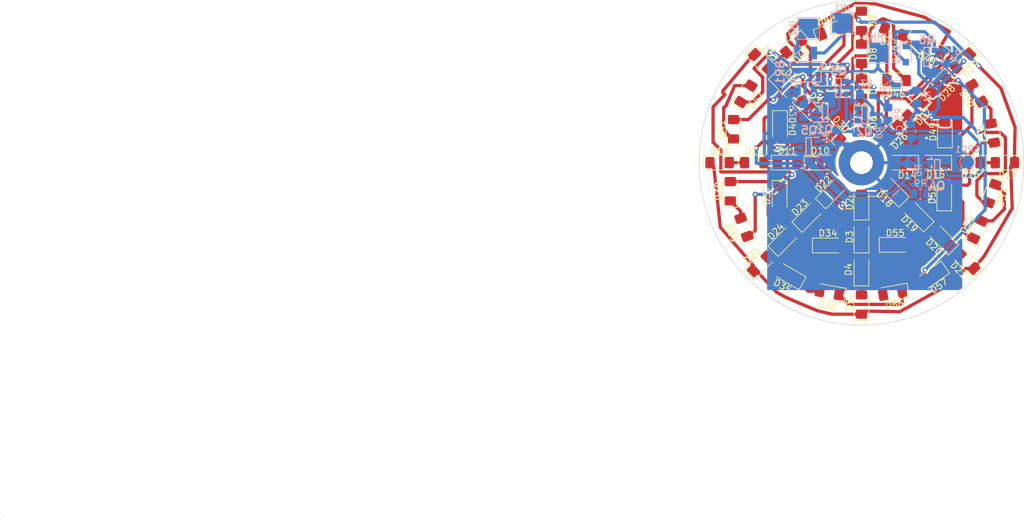
<source format=kicad_pcb>
(kicad_pcb (version 20211014) (generator pcbnew)
  (layers (0 "F.Cu" signal) (31 "B.Cu" signal) (34 "B.Paste" user) (35 "F.Paste" user) (36 "B.SilkS" user "B.Silkscreen") (37 "F.SilkS" user "F.Silkscreen") (38 "B.Mask" user) (39 "F.Mask" user) (44 "Edge.Cuts" user))
  (net 0 "")
  (net 1 "GND")
  (net 2 "Net-(D10-Pad1)")
  (net 3 "Net-(D11-Pad1)")
  (net 4 "Net-(D12-Pad1)")
  (net 5 "Net-(D15-Pad1)")
  (net 6 "Net-(BR1-Pad1)")
  (net 7 "Net-(D19-Pad1)")
  (net 8 "Net-(BR1-Pad2)")
  (net 9 "Net-(D23-Pad1)")
  (net 10 "Net-(D27-Pad1)")
  (net 11 "Net-(Q1-Pad1)")
  (net 12 "Net-(Q1-Pad3)")
  (net 13 "Net-(D31-Pad1)")
  (net 14 "Net-(D35-Pad1)")
  (net 15 "Net-(D39-Pad1)")
  (net 16 "Net-(JP1-Pad2)")
  (net 17 "Net-(Q2-Pad1)")
  (net 18 "Net-(D34-Pad1)")
  (net 19 "Net-(D33-Pad1)")
  (net 20 "Net-(D43-Pad1)")
  (net 21 "Net-(D47-Pad1)")
  (net 22 "Net-(D51-Pad1)")
  (net 23 "Net-(D55-Pad1)")
  (net 24 "Net-(D3-Pad1)")
  (net 25 "Net-(D7-Pad1)")
  (net 26 "Net-(DIMM1-Pad1)")
  (net 27 "Net-(D4-Pad1)")
  (net 28 "Net-(D8-Pad1)")
  (net 29 "Net-(D16-Pad1)")
  (net 30 "Net-(D20-Pad1)")
  (net 31 "Net-(D24-Pad1)")
  (net 32 "Net-(D28-Pad1)")
  (net 33 "Net-(D2-Pad1)")
  (net 34 "Net-(D6-Pad1)")
  (net 35 "Net-(D14-Pad1)")
  (net 36 "Net-(D18-Pad1)")
  (net 37 "Net-(D22-Pad1)")
  (net 38 "Net-(D26-Pad1)")
  (net 39 "Net-(D30-Pad1)")
  (net 40 "Net-(D38-Pad1)")
  (net 41 "Net-(D42-Pad1)")
  (net 42 "Net-(D46-Pad1)")
  (net 43 "Net-(D50-Pad1)")
  (net 44 "Net-(D54-Pad1)")
  (net 45 "Net-(D29-Pad1)")
  (net 46 "Net-(D37-Pad1)")
  (net 47 "Net-(D41-Pad1)")
  (net 48 "Net-(D45-Pad1)")
  (net 49 "Net-(D49-Pad1)")
  (net 50 "Net-(D53-Pad1)")
  (net 51 "Net-(Q4-Pad1)")
  (net 52 "Net-(D13-Pad1)")
  (net 53 "Net-(D32-Pad1)")
  (net 54 "Net-(D58-Pad2)")
  (net 55 "Net-(Q3-Pad2)")
  (net 56 "Net-(Q5-Pad2)")
  (net 57 "/+")
  (footprint "LED_SMD:LED_1206_3216Metric_Pad1.42x1.75mm_HandSolder" (layer "F.Cu") (at 249.952 64.386 135)
    (fp_text reference "D19")
    (fp_text value "LED")
  )
  (footprint "LED_SMD:LED_1206_3216Metric_Pad1.42x1.75mm_HandSolder" (layer "F.Cu") (at 236.366 76.308 170)
    (fp_text reference "D36")
    (fp_text value "LED")
  )
  (footprint "LED_SMD:LED_1206_3216Metric_Pad1.42x1.75mm_HandSolder" (layer "F.Cu") (at 228.716 61.458 -90)
    (fp_text reference "D37")
    (fp_text value "LED")
  )
  (footprint "LED_SMD:LED_1206_3216Metric_Pad1.42x1.75mm_HandSolder" (layer "F.Cu") (at 247.666 56.258 180)
    (fp_text reference "D14")
    (fp_text value "LED")
  )
  (footprint "LED_SMD:LED_1206_3216Metric_Pad1.42x1.75mm_HandSolder" (layer "F.Cu") (at 233.116 64.458 45)
    (fp_text reference "D23")
    (fp_text value "LED")
  )
  (footprint "LED_SMD:LED_1206_3216Metric_Pad1.42x1.75mm_HandSolder" (layer "F.Cu") (at 224.806 56.258)
    (fp_text reference "D12")
    (fp_text value "LED")
  )
  (footprint "LED_SMD:LED_1206_3216Metric_Pad1.42x1.75mm_HandSolder" (layer "F.Cu") (at 253.216 44.258 -135)
    (fp_text reference "D28")
    (fp_text value "LED")
  )
  (footprint "LED_SMD:LED_1206_3216Metric_Pad1.42x1.75mm_HandSolder" (layer "F.Cu") (at 236.566 36.008 20)
    (fp_text reference "D44")
    (fp_text value "LED")
  )
  (footprint "LED_SMD:LED_1206_3216Metric_Pad1.42x1.75mm_HandSolder" (layer "F.Cu") (at 258.08 56.258 180)
    (fp_text reference "D16")
    (fp_text value "LED")
  )
  (footprint "LED_SMD:LED_1206_3216Metric_Pad1.42x1.75mm_HandSolder" (layer "F.Cu") (at 223.216 66.208 110)
    (fp_text reference "D39")
    (fp_text value "LED")
  )
  (footprint "LED_SMD:LED_1206_3216Metric_Pad1.42x1.75mm_HandSolder" (layer "F.Cu") (at 230.116 73.608 150)
    (fp_text reference "D35")
    (fp_text value "LED")
  )
  (footprint "LED_SMD:LED_1206_3216Metric_Pad1.42x1.75mm_HandSolder" (layer "F.Cu") (at 245.916 51.658 -135)
    (fp_text reference "D26")
    (fp_text value "LED")
  )
  (footprint "LED_SMD:LED_1206_3216Metric_Pad1.42x1.75mm_HandSolder" (layer "F.Cu") (at 241.316 67.688 90)
    (fp_text reference "D3")
    (fp_text value "LED")
  )
  (footprint "LED_SMD:LED_1206_3216Metric_Pad1.42x1.75mm_HandSolder" (layer "F.Cu") (at 229.886 56.258)
    (fp_text reference "D11")
    (fp_text value "LED")
  )
  (footprint "LED_SMD:LED_1206_3216Metric_Pad1.42x1.75mm_HandSolder" (layer "F.Cu") (at 229.416 68.158 45)
    (fp_text reference "D24")
    (fp_text value "LED")
  )
  (footprint "LED_SMD:LED_1206_3216Metric_Pad1.42x1.75mm_HandSolder" (layer "F.Cu") (at 241.316 62.608 90)
    (fp_text reference "D2")
    (fp_text value "LED")
  )
  (footprint "LED_SMD:LED_1206_3216Metric_Pad1.42x1.75mm_HandSolder" (layer "F.Cu") (at 225.916 40.658 -45)
    (fp_text reference "D33")
    (fp_text value "LED")
  )
  (footprint "LED_SMD:LED_1206_3216Metric_Pad1.42x1.75mm_HandSolder" (layer "F.Cu") (at 236.216 69.008)
    (fp_text reference "D34")
    (fp_text value "LED")
  )
  (footprint "LED_SMD:LED_1206_3216Metric_Pad1.42x1.75mm_HandSolder" (layer "F.Cu") (at 254.166 51.508 90)
    (fp_text reference "D49")
    (fp_text value "LED")
  )
  (footprint "LED_SMD:LED_1206_3216Metric_Pad1.42x1.75mm_HandSolder" (layer "F.Cu") (at 241.316 78.102 90)
    (fp_text reference "D5")
    (fp_text value "LED")
  )
  (footprint "LED_SMD:LED_1206_3216Metric_Pad1.42x1.75mm_HandSolder" (layer "F.Cu") (at 253.762 67.942 135)
    (fp_text reference "D20")
    (fp_text value "LED")
  )
  (footprint "LED_SMD:LED_1206_3216Metric_Pad1.42x1.75mm_HandSolder" (layer "F.Cu") (at 236.744 60.83 45)
    (fp_text reference "D22")
    (fp_text value "LED")
  )
  (footprint "LED_SMD:LED_1206_3216Metric_Pad1.42x1.75mm_HandSolder" (layer "F.Cu") (at 254.066 61.208 90)
    (fp_text reference "D52")
    (fp_text value "LED")
  )
  (footprint "LED_SMD:LED_1206_3216Metric_Pad1.42x1.75mm_HandSolder" (layer "F.Cu") (at 261.516 51.708 100)
    (fp_text reference "D51")
    (fp_text value "LED")
  )
  (footprint "LED_SMD:LED_1206_3216Metric_Pad1.42x1.75mm_HandSolder" (layer "F.Cu") (at 256.916 40.558 -135)
    (fp_text reference "D29")
    (fp_text value "LED")
  )
  (footprint "LED_SMD:LED_1206_3216Metric_Pad1.42x1.75mm_HandSolder" (layer "F.Cu") (at 219.472 56.258)
    (fp_text reference "D13")
    (fp_text value "LED")
  )
  (footprint "LED_SMD:LED_1206_3216Metric_Pad1.42x1.75mm_HandSolder" (layer "F.Cu") (at 228.766 50.708 -90)
    (fp_text reference "D40")
    (fp_text value "LED")
  )
  (footprint "LED_SMD:LED_1206_3216Metric_Pad1.42x1.75mm_HandSolder" (layer "F.Cu") (at 252.216 73.758 -145)
    (fp_text reference "D57")
    (fp_text value "LED")
  )
  (footprint "LED_SMD:LED_1206_3216Metric_Pad1.42x1.75mm_HandSolder" (layer "F.Cu") (at 259.066 45.558 120)
    (fp_text reference "D50")
    (fp_text value "LED")
  )
  (footprint "LED_SMD:LED_1206_3216Metric_Pad1.42x1.75mm_HandSolder" (layer "F.Cu") (at 233.216 47.958 -45)
    (fp_text reference "D31")
    (fp_text value "LED")
  )
  (footprint "LED_SMD:LED_1206_3216Metric_Pad1.42x1.75mm_HandSolder" (layer "F.Cu") (at 236.566 43.308)
    (fp_text reference "D43")
    (fp_text value "LED")
  )
  (footprint "LED_SMD:LED_1206_3216Metric_Pad1.42x1.75mm_HandSolder" (layer "F.Cu") (at 225.716 71.858 45)
    (fp_text reference "D25")
    (fp_text value "LED")
  )
  (footprint "LED_SMD:LED_1206_3216Metric_Pad1.42x1.75mm_HandSolder" (layer "F.Cu") (at 221.116 60.658 90)
    (fp_text reference "D38")
    (fp_text value "LED")
  )
  (footprint "LED_SMD:LED_1206_3216Metric_Pad1.42x1.75mm_HandSolder" (layer "F.Cu") (at 221.616 51.108 90)
    (fp_text reference "D41")
    (fp_text value "LED")
  )
  (footprint "LED_SMD:LED_1206_3216Metric_Pad1.42x1.75mm_HandSolder" (layer "F.Cu") (at 241.316 49.958 -90)
    (fp_text reference "D6")
    (fp_text value "LED")
  )
  (footprint "LED_SMD:LED_1206_3216Metric_Pad1.42x1.75mm_HandSolder" (layer "F.Cu") (at 261.416 61.008 -110)
    (fp_text reference "D53")
    (fp_text value "LED")
  )
  (footprint "LED_SMD:LED_1206_3216Metric_Pad1.42x1.75mm_HandSolder" (layer "F.Cu") (at 241.316 72.768 90)
    (fp_text reference "D4")
    (fp_text value "LED")
  )
  (footprint "LED_SMD:LED_1206_3216Metric_Pad1.42x1.75mm_HandSolder" (layer "F.Cu") (at 246.516 68.908)
    (fp_text reference "D55")
    (fp_text value "LED")
  )
  (footprint "LED_SMD:LED_1206_3216Metric_Pad1.42x1.75mm_HandSolder" (layer "F.Cu") (at 241.316 34.414 -90)
    (fp_text reference "D9")
    (fp_text value "LED")
  )
  (footprint "LED_SMD:LED_1206_3216Metric_Pad1.42x1.75mm_HandSolder" (layer "F.Cu") (at 230.866 38.308 -140)
    (fp_text reference "D45")
    (fp_text value "LED")
  )
  (footprint "LED_SMD:LED_1206_3216Metric_Pad1.42x1.75mm_HandSolder" (layer "F.Cu") (at 246.716 43.608)
    (fp_text reference "D46")
    (fp_text value "LED")
  )
  (footprint "LED_SMD:LED_1206_3216Metric_Pad1.42x1.75mm_HandSolder" (layer "F.Cu") (at 229.516 44.358 -45)
    (fp_text reference "D32")
    (fp_text value "LED")
  )
  (footprint "LED_SMD:LED_1206_3216Metric_Pad1.42x1.75mm_HandSolder" (layer "F.Cu") (at 234.966 56.258)
    (fp_text reference "D10")
    (fp_text value "LED")
  )
  (footprint "LED_SMD:LED_1206_3216Metric_Pad1.42x1.75mm_HandSolder" (layer "F.Cu") (at 252.746 56.258 180)
    (fp_text reference "D15")
    (fp_text value "LED")
  )
  (footprint "LED_SMD:LED_1206_3216Metric_Pad1.42x1.75mm_HandSolder" (layer "F.Cu") (at 257.572 71.498 135)
    (fp_text reference "D21")
    (fp_text value "LED")
  )
  (footprint "LED_SMD:LED_1206_3216Metric_Pad1.42x1.75mm_HandSolder" (layer "F.Cu") (at 241.316 44.828 -90)
    (fp_text reference "D7")
    (fp_text value "LED")
  )
  (footprint "LED_SMD:LED_1206_3216Metric_Pad1.42x1.75mm_HandSolder" (layer "F.Cu") (at 236.916 51.658 -45)
    (fp_text reference "D30")
    (fp_text value "LED")
  )
  (footprint "LED_SMD:LED_1206_3216Metric_Pad1.42x1.75mm_HandSolder" (layer "F.Cu") (at 223.516 45.658 58)
    (fp_text reference "D42")
    (fp_text value "LED")
  )
  (footprint "LED_SMD:LED_1206_3216Metric_Pad1.42x1.75mm_HandSolder" (layer "F.Cu") (at 259.216 66.558 65)
    (fp_text reference "D54")
    (fp_text value "LED")
  )
  (footprint "LED_SMD:LED_1206_3216Metric_Pad1.42x1.75mm_HandSolder" (layer "F.Cu") (at 246.266 36.108 160)
    (fp_text reference "D47")
    (fp_text value "LED")
  )
  (footprint "LED_SMD:LED_1206_3216Metric_Pad1.42x1.75mm_HandSolder" (layer "F.Cu") (at 249.616 47.958 -135)
    (fp_text reference "D27")
    (fp_text value "LED")
  )
  (footprint "LED_SMD:LED_1206_3216Metric_Pad1.42x1.75mm_HandSolder" (layer "F.Cu") (at 252.266 38.658 150)
    (fp_text reference "D48")
    (fp_text value "LED")
  )
  (footprint "LED_SMD:LED_1206_3216Metric_Pad1.42x1.75mm_HandSolder" (layer "F.Cu") (at 246.142 60.576 135)
    (fp_text reference "D18")
    (fp_text value "LED")
  )
  (footprint "LED_SMD:LED_1206_3216Metric_Pad1.42x1.75mm_HandSolder" (layer "F.Cu") (at 263.414 56.258 180)
    (fp_text reference "D17")
    (fp_text value "LED")
  )
  (footprint "LED_SMD:LED_1206_3216Metric_Pad1.42x1.75mm_HandSolder" (layer "F.Cu") (at 246.116 76.358 -170)
    (fp_text reference "D56")
    (fp_text value "LED")
  )
  (footprint "LED_SMD:LED_1206_3216Metric_Pad1.42x1.75mm_HandSolder" (layer "F.Cu") (at 241.316 39.494 -90)
    (fp_text reference "D8")
    (fp_text value "LED")
  )
  (footprint "MountingHole:MountingHole_3.5mm_Pad" (layer "F.Cu") (at 241.316 56.258)
    (fp_text reference "H1")
    (fp_text value "MountingHole_Pad")
  )
  (footprint "Custom_Library:SOT95P240X114-3N" (layer "B.Cu") (at 252.996 57.238)
    (fp_text reference "Q4")
    (fp_text value "MMBT2222" hide)
  )
  (footprint "Resistor_SMD:R_0805_2012Metric_Pad1.20x1.40mm_HandSolder" (layer "B.Cu") (at 232.426 48.276 -90)
    (fp_text reference "R2")
    (fp_text value "1K")
  )
  (footprint "Resistor_SMD:R_0805_2012Metric_Pad1.20x1.40mm_HandSolder" (layer "B.Cu") (at 250.386 61.078 180)
    (fp_text reference "R9")
    (fp_text value "0R")
  )
  (footprint "TestPoint:TestPoint_Pad_3.0x3.0mm" (layer "B.Cu") (at 238.296 34.758 180)
    (fp_text reference "IN1")
    (fp_text value "PowerIn")
  )
  (footprint "TestPoint:TestPoint_Pad_D2.0mm" (layer "B.Cu") (at 257.666 56.183 180)
    (fp_text reference "GRD1")
    (fp_text value "Ground")
  )
  (footprint "TestPoint:TestPoint_Pad_3.0x3.0mm" (layer "B.Cu") (at 233.126 35.588 -90)
    (fp_text reference "IN2")
    (fp_text value "PowerIn")
  )
  (footprint "Custom_Library:SOT95P240X114-3N" (layer "B.Cu") (at 233.188 53.864 180)
    (fp_text reference "Q5")
    (fp_text value "MMBT2222" hide)
  )
  (footprint "TestPoint:TestPoint_Pad_3.0x3.0mm" (layer "B.Cu") (at 243.916 39.258 180)
    (fp_text reference "DIMM1")
    (fp_text value "PWM")
  )
  (footprint "Resistor_SMD:R_0805_2012Metric_Pad1.20x1.40mm_HandSolder" (layer "B.Cu") (at 249.806 46.148 90)
    (fp_text reference "R1")
    (fp_text value "1K")
  )
  (footprint "Resistor_SMD:R_0805_2012Metric_Pad1.20x1.40mm_HandSolder" (layer "B.Cu") (at 248.426 57.448 90)
    (fp_text reference "R6")
    (fp_text value "7R")
  )
  (footprint "Jumper:SolderJumper-2_P1.3mm_Open_Pad1.0x1.5mm" (layer "B.Cu") (at 246.65 45.086 -90)
    (fp_text reference "JP1")
    (fp_text value "PWM_OPEM")
  )
  (footprint "Resistor_SMD:R_0805_2012Metric_Pad1.20x1.40mm_HandSolder" (layer "B.Cu") (at 245.38 48.784 -90)
    (fp_text reference "R5")
    (fp_text value "1K")
  )
  (footprint "Custom_Library:SOT95P240X114-3N" (layer "B.Cu") (at 251.346 39.948 180)
    (fp_text reference "Q6")
    (fp_text value "MMBT2222" hide)
  )
  (footprint "Resistor_SMD:R_0805_2012Metric_Pad1.20x1.40mm_HandSolder" (layer "B.Cu") (at 237.506 52.34 -90)
    (fp_text reference "R4")
    (fp_text value "7R")
  )
  (footprint "Custom_Library:SOT95P240X114-3N" (layer "B.Cu") (at 241.824 48.784)
    (fp_text reference "Q2")
    (fp_text value "MMBT2222" hide)
  )
  (footprint "Resistor_SMD:R_0805_2012Metric_Pad1.20x1.40mm_HandSolder" (layer "B.Cu") (at 254.426 39.918 -90)
    (fp_text reference "R7")
    (fp_text value "7R")
  )
  (footprint "Resistor_SMD:R_0805_2012Metric_Pad1.20x1.40mm_HandSolder" (layer "B.Cu") (at 241.506 51.568 180)
    (fp_text reference "R8")
    (fp_text value "0R")
  )
  (footprint "Resistor_SMD:R_0805_2012Metric_Pad1.20x1.40mm_HandSolder" (layer "B.Cu") (at 242.078 45.736 180)
    (fp_text reference "R3")
    (fp_text value "1K")
  )
  (footprint "Custom_Library:SOT95P240X114-3N" (layer "B.Cu") (at 237.76 44.72 180)
    (fp_text reference "Q3")
    (fp_text value "MMBT2222" hide)
  )
  (footprint "Custom_Library:SOT95P240X114-3N" (layer "B.Cu") (at 235.728 48.53)
    (fp_text reference "Q1")
    (fp_text value "MMBT2222" hide)
  )
  (footprint "Capacitor_SMD:C_0805_2012Metric_Pad1.18x1.45mm_HandSolder" (layer "B.Cu") (at 248.916 51.408 -90)
    (fp_text reference "C1")
    (fp_text value "1uF")
  )
  (footprint "Diode_SMD:D_SOD-323_HandSoldering" (layer "B.Cu") (at 248.126 39.538 -90)
    (fp_text reference "D58")
    (fp_text value "D_Zener")
  )
  (footprint "MB10F:SOP250P670X180-4N" (layer "B.Cu") (at 232.726 42.268 -90)
    (fp_text reference "BR1")
    (fp_text value "MB10F" hide)
  )
  (gr_circle (center 241.316 56.258) (end 266.316 56.258) (layer "Edge.Cuts") (width 0.1) (fill none))
  (gr_arc (start 108.712 111.252) (mid 108.712 111.252) (end 108.712 111.252) (layer "Edge.Cuts") (width 0.1))
  (segment (start 256.206 47.178) (end 252.416 43.388) (width 0.5) (layer "F.Cu") (net 1))
  (segment (start 251.326 52.448) (end 252.286 51.488) (width 0.5) (layer "F.Cu") (net 1))
  (segment (start 256.156 51.478) (end 256.206 51.528) (width 0.5) (layer "F.Cu") (net 1))
  (segment (start 252.286 51.478) (end 256.156 51.478) (width 0.5) (layer "F.Cu") (net 1))
  (segment (start 232.246 49.028) (end 231.286 49.028) (width 0.5) (layer "F.Cu") (net 1))
  (segment (start 234.116 47.158) (end 232.246 49.028) (width 0.5) (layer "F.Cu") (net 1))
  (segment (start 256.206 51.528) (end 256.206 47.178) (width 0.5) (layer "F.Cu") (net 1))
  (segment (start 252.286 51.488) (end 252.286 51.478) (width 0.5) (layer "F.Cu") (net 1))
  (segment (start 231.286 49.028) (end 230.466 48.208) (width 0.5) (layer "F.Cu") (net 1))
  (segment (start 235.956 47.158) (end 234.116 47.158) (width 0.5) (layer "F.Cu") (net 1))
  (via (at 252.416 43.388) (size 0.8) (drill 0.4) (layers "F.Cu" "B.Cu") (net 1))
  (via (at 230.466 48.208) (size 0.8) (drill 0.4) (layers "F.Cu" "B.Cu") (net 1))
  (via (at 251.326 52.448) (size 0.8) (drill 0.4) (layers "F.Cu" "B.Cu") (net 1))
  (via (at 235.956 47.158) (size 0.8) (drill 0.4) (layers "F.Cu" "B.Cu") (net 1))
  (segment (start 248.586 56.288) (end 248.426 56.448) (width 0.5) (layer "B.Cu") (net 1))
  (segment (start 244.286 50.47927) (end 244.286 53.288) (width 0.5) (layer "B.Cu") (net 1))
  (segment (start 241.824 49.436) (end 242.296 49.908) (width 0.5) (layer "B.Cu") (net 1))
  (segment (start 248.426 56.448) (end 248.236 56.258) (width 0.5) (layer "B.Cu") (net 1))
  (segment (start 237.506 53.34) (end 236.896 53.898) (width 0.5) (layer "B.Cu") (net 1))
  (segment (start 242.296 49.908) (end 242.98527 49.908) (width 0.5) (layer "B.Cu") (net 1))
  (segment (start 248.426 56.448) (end 248.426 54.4795) (width 0.5) (layer "B.Cu") (net 1))
  (segment (start 230.466 48.208) (end 230.466 46.178) (width 0.5) (layer "B.Cu") (net 1))
  (segment (start 226.366 55.058) (end 226.366 51.758) (width 0.5) (layer "B.Cu") (net 1))
  (segment (start 257.666 55.178) (end 257.156 54.668) (width 0.5) (layer "B.Cu") (net 1))
  (segment (start 239.268 53.34) (end 237.506 53.34) (width 0.5) (layer "B.Cu") (net 1))
  (segment (start 230.466 46.178) (end 231.476 45.168) (width 0.5) (layer "B.Cu") (net 1))
  (segment (start 234.916 51.758) (end 235.516 51.158) (width 0.5) (layer "B.Cu") (net 1))
  (segment (start 243.756 49.898) (end 243.756 49.94927) (width 0.5) (layer "B.Cu") (net 1))
  (segment (start 233.146 55.138) (end 232.926 55.358) (width 0.5) (layer "B.Cu") (net 1))
  (segment (start 252.416 41.028) (end 252.546 40.898) (width 0.5) (layer "B.Cu") (net 1))
  (segment (start 236.896 53.898) (end 233.116 53.888) (width 0.5) (layer "B.Cu") (net 1))
  (segment (start 244.286 53.288) (end 241.316 56.258) (width 0.5) (layer "B.Cu") (net 1))
  (segment (start 233.146 54.331978) (end 233.146 55.138) (width 0.5) (layer "B.Cu") (net 1))
  (segment (start 233.116 53.888) (end 233.146 54.331978) (width 0.5) (layer "B.Cu") (net 1))
  (segment (start 251.3235 52.4455) (end 251.326 52.448) (width 0.5) (layer "B.Cu") (net 1))
  (segment (start 248.236 56.258) (end 241.316 56.258) (width 0.5) (layer "B.Cu") (net 1))
  (segment (start 253.416 54.668) (end 251.796 56.288) (width 0.5) (layer "B.Cu") (net 1))
  (segment (start 242.99527 49.898) (end 243.756 49.898) (width 0.5) (layer "B.Cu") (net 1))
  (segment (start 232.926 55.358) (end 226.666 55.358) (width 0.5) (layer "B.Cu") (net 1))
  (segment (start 235.534 47.58) (end 235.956 47.158) (width 0.5) (layer "B.Cu") (net 1))
  (segment (start 241.824 55.896) (end 239.268 53.34) (width 0.5) (layer "B.Cu") (net 1))
  (segment (start 235.516 51.158) (end 235.516 48.543) (width 0.5) (layer "B.Cu") (net 1))
  (segment (start 248.936 52.4655) (end 248.916 52.4455) (width 0.5) (layer "B.Cu") (net 1))
  (segment (start 252.546 40.898) (end 254.406 40.898) (width 0.5) (layer "B.Cu") (net 1))
  (segment (start 235.516 48.543) (end 234.553 47.58) (width 0.5) (layer "B.Cu") (net 1))
  (segment (start 248.936 53.9695) (end 248.936 52.4655) (width 0.5) (layer "B.Cu") (net 1))
  (segment (start 241.824 48.53) (end 241.824 49.436) (width 0.5) (layer "B.Cu") (net 1))
  (segment (start 226.666 55.358) (end 226.366 55.058) (width 0.5) (layer "B.Cu") (net 1))
  (segment (start 254.406 40.898) (end 254.426 40.918) (width 0.5) (layer "B.Cu") (net 1))
  (segment (start 251.796 56.288) (end 248.586 56.288) (width 0.5) (layer "B.Cu") (net 1))
  (segment (start 252.416 43.388) (end 252.416 41.028) (width 0.5) (layer "B.Cu") (net 1))
  (segment (start 240.624 47.834) (end 241.128 47.834) (width 0.5) (layer "B.Cu") (net 1))
  (segment (start 242.98527 49.908) (end 242.99527 49.898) (width 0.5) (layer "B.Cu") (net 1))
  (segment (start 226.366 51.758) (end 234.916 51.758) (width 0.5) (layer "B.Cu") (net 1))
  (segment (start 257.666 56.183) (end 257.666 55.178) (width 0.5) (layer "B.Cu") (net 1))
  (segment (start 241.128 47.834) (end 241.824 48.53) (width 0.5) (layer "B.Cu") (net 1))
  (segment (start 243.756 49.94927) (end 244.286 50.47927) (width 0.5) (layer "B.Cu") (net 1))
  (segment (start 234.528 47.58) (end 235.534 47.58) (width 0.5) (layer "B.Cu") (net 1))
  (segment (start 248.426 54.4795) (end 248.936 53.9695) (width 0.5) (layer "B.Cu") (net 1))
  (segment (start 257.156 54.668) (end 253.416 54.668) (width 0.5) (layer "B.Cu") (net 1))
  (segment (start 248.916 52.4455) (end 251.3235 52.4455) (width 0.5) (layer "B.Cu") (net 1))
  (segment (start 233.4785 56.258) (end 231.3735 56.258) (width 0.5) (layer "F.Cu") (net 2))
  (segment (start 228.3985 56.258) (end 226.2935 56.258) (width 0.5) (layer "F.Cu") (net 3))
  (segment (start 220.9595 56.258) (end 223.3185 56.258) (width 0.5) (layer "F.Cu") (net 4))
  (segment (start 254.2335 56.258) (end 256.5925 56.258) (width 0.5) (layer "F.Cu") (net 5))
  (segment (start 231.476 37.238) (end 233.126 35.588) (width 0.5) (layer "B.Cu") (net 6))
  (segment (start 231.476 39.368) (end 231.476 37.238) (width 0.5) (layer "B.Cu") (net 6))
  (segment (start 251.257821 65.437821) (end 252.710179 66.890179) (width 0.5) (layer "F.Cu") (net 7))
  (segment (start 251.003821 65.437821) (end 251.257821 65.437821) (width 0.5) (layer "F.Cu") (net 7))
  (segment (start 238.296 36.678) (end 235.606 39.368) (width 0.5) (layer "B.Cu") (net 8))
  (segment (start 235.606 39.368) (end 233.976 39.368) (width 0.5) (layer "B.Cu") (net 8))
  (segment (start 238.296 34.758) (end 238.296 36.678) (width 0.5) (layer "B.Cu") (net 8))
  (segment (start 232.064179 65.509821) (end 230.467821 67.106179) (width 0.5) (layer "F.Cu") (net 9))
  (segment (start 250.667821 46.906179) (end 250.667821 46.806179) (width 0.5) (layer "F.Cu") (net 10))
  (segment (start 250.667821 46.806179) (end 252.164179 45.309821) (width 0.5) (layer "F.Cu") (net 10))
  (segment (start 234.324 49.276) (end 234.528 49.48) (width 0.5) (layer "B.Cu") (net 11))
  (segment (start 232.426 49.276) (end 234.324 49.276) (width 0.5) (layer "B.Cu") (net 11))
  (segment (start 238.564 43.77) (end 238.96 43.77) (width 0.5) (layer "B.Cu") (net 12))
  (segment (start 234.388 52.914) (end 235.33 52.914) (width 0.5) (layer "B.Cu") (net 12))
  (segment (start 241.078 45.83) (end 241.078 45.736) (width 0.5) (layer "B.Cu") (net 12))
  (segment (start 254.756 58.308) (end 258.796 58.308) (width 0.5) (layer "B.Cu") (net 12))
  (segment (start 245.38 50.832) (end 245.38 49.784) (width 0.5) (layer "B.Cu") (net 12))
  (segment (start 236.928 48.53) (end 237.214 48.53) (width 0.5) (layer "B.Cu") (net 12))
  (segment (start 243.024 47.776) (end 241.078 45.83) (width 0.5) (layer "B.Cu") (net 12))
  (segment (start 245.38 49.784) (end 244.38 48.784) (width 0.5) (layer "B.Cu") (net 12))
  (segment (start 258.796 58.308) (end 259.666 57.438) (width 0.5) (layer "B.Cu") (net 12))
  (segment (start 245.936 51.388) (end 245.38 50.832) (width 0.5) (layer "B.Cu") (net 12))
  (segment (start 237.214 48.53) (end 237.876 47.868) (width 0.5) (layer "B.Cu") (net 12))
  (segment (start 254.2 57.752) (end 254.756 58.308) (width 0.5) (layer "B.Cu") (net 12))
  (segment (start 241.078 44.75) (end 240.098 43.77) (width 0.5) (layer "B.Cu") (net 12))
  (segment (start 259.666 53.378) (end 257.676 51.388) (width 0.5) (layer "B.Cu") (net 12))
  (segment (start 237.876 44.458) (end 238.564 43.77) (width 0.5) (layer "B.Cu") (net 12))
  (segment (start 243.024 48.784) (end 243.024 47.776) (width 0.5) (layer "B.Cu") (net 12))
  (segment (start 237.876 47.868) (end 237.876 44.458) (width 0.5) (layer "B.Cu") (net 12))
  (segment (start 236.356 49.102) (end 236.928 48.53) (width 0.5) (layer "B.Cu") (net 12))
  (segment (start 241.078 45.736) (end 241.078 44.75) (width 0.5) (layer "B.Cu") (net 12))
  (segment (start 235.33 52.914) (end 236.356 51.888) (width 0.5) (layer "B.Cu") (net 12))
  (segment (start 240.098 43.77) (end 238.96 43.77) (width 0.5) (layer "B.Cu") (net 12))
  (segment (start 259.666 57.438) (end 259.666 53.378) (width 0.5) (layer "B.Cu") (net 12))
  (segment (start 257.686 51.408) (end 245.946 51.408) (width 0.4) (layer "B.Cu") (net 12))
  (segment (start 244.38 48.784) (end 243.024 48.784) (width 0.5) (layer "B.Cu") (net 12))
  (segment (start 236.356 51.888) (end 236.356 49.102) (width 0.5) (layer "B.Cu") (net 12))
  (segment (start 230.667821 45.409821) (end 232.164179 46.906179) (width 0.5) (layer "F.Cu") (net 13))
  (segment (start 230.567821 45.409821) (end 230.667821 45.409821) (width 0.5) (layer "F.Cu") (net 13))
  (segment (start 234.901098 76.049698) (end 233.102161 76.049698) (width 0.5) (layer "F.Cu") (net 14))
  (segment (start 233.102161 76.049698) (end 231.404213 74.35175) (width 0.5) (layer "F.Cu") (net 14))
  (segment (start 229.896 53.3255) (end 228.766 52.1955) (width 0.5) (layer "F.Cu") (net 15))
  (segment (start 224.028207 67.605793) (end 224.816 66.818) (width 0.5) (layer "F.Cu") (net 15))
  (segment (start 223.724755 67.605793) (end 224.028207 67.605793) (width 0.5) (layer "F.Cu") (net 15))
  (segment (start 230.606 58.088) (end 229.896 57.378) (width 0.5) (layer "F.Cu") (net 15))
  (segment (start 224.816 66.818) (end 224.956 66.678) (width 0.5) (layer "F.Cu") (net 15))
  (segment (start 229.896 57.378) (end 229.896 53.3255) (width 0.5) (layer "F.Cu") (net 15))
  (segment (start 224.956 66.678) (end 224.956 61.138) (width 0.5) (layer "F.Cu") (net 15))
  (via (at 230.606 58.088) (size 0.8) (drill 0.4) (layers "F.Cu" "B.Cu") (net 15))
  (via (at 224.956 61.138) (size 0.8) (drill 0.4) (layers "F.Cu" "B.Cu") (net 15))
  (segment (start 224.956 61.138) (end 227.436 61.138) (width 0.5) (layer "B.Cu") (net 15))
  (segment (start 227.436 61.138) (end 230.366 58.208) (width 0.5) (layer "B.Cu") (net 15))
  (segment (start 230.366 58.208) (end 230.486 58.208) (width 0.5) (layer "B.Cu") (net 15))
  (segment (start 230.486 58.208) (end 230.606 58.088) (width 0.5) (layer "B.Cu") (net 15))
  (segment (start 248.388 45.736) (end 248.976 45.148) (width 0.5) (layer "B.Cu") (net 16))
  (segment (start 248.976 45.148) (end 249.806 45.148) (width 0.5) (layer "B.Cu") (net 16))
  (segment (start 246.65 45.736) (end 248.388 45.736) (width 0.5) (layer "B.Cu") (net 16))
  (segment (start 240.624 49.734) (end 241.022 49.734) (width 0.5) (layer "B.Cu") (net 17))
  (segment (start 241.022 49.734) (end 242.726 51.438) (width 0.5) (layer "B.Cu") (net 17))
  (segment (start 232.684037 69.008) (end 228.827787 72.86425) (width 0.5) (layer "F.Cu") (net 18))
  (segment (start 234.7285 69.008) (end 232.684037 69.008) (width 0.5) (layer "F.Cu") (net 18))
  (segment (start 228.666 61.418) (end 230.626 61.328) (width 0.5) (layer "F.Cu") (net 19))
  (segment (start 218.466 53.108) (end 218.466 47.648) (width 0.5) (layer "F.Cu") (net 19))
  (segment (start 226.956 61.518) (end 228.666 61.418) (width 0.5) (layer "F.Cu") (net 19))
  (segment (start 230.626 61.328) (end 230.246 59.018) (width 0.5) (layer "F.Cu") (net 19))
  (segment (start 224.864179 39.606179) (end 224.677821 39.606179) (width 0.5) (layer "F.Cu") (net 19))
  (segment (start 231.486 63.878) (end 229.556 64.518) (width 0.5) (layer "F.Cu") (net 19))
  (segment (start 219.706 57.688) (end 219.656 57.638) (width 0.5) (layer "F.Cu") (net 19))
  (segment (start 228.51027 57.688) (end 219.706 57.688) (width 0.5) (layer "F.Cu") (net 19))
  (segment (start 220.276 45.778) (end 218.786 47.348) (width 0.5) (layer "F.Cu") (net 19))
  (segment (start 230.246 59.018) (end 228.51027 57.688) (width 0.5) (layer "F.Cu") (net 19))
  (segment (start 218.466 47.648) (end 218.486 47.648) (width 0.5) (layer "F.Cu") (net 19))
  (segment (start 219.656 57.638) (end 219.656 54.298) (width 0.5) (layer "F.Cu") (net 19))
  (segment (start 224.677821 39.606179) (end 219.986 45.188) (width 0.5) (layer "F.Cu") (net 19))
  (segment (start 232.296 63.588) (end 231.486 63.878) (width 0.5) (layer "F.Cu") (net 19))
  (segment (start 218.486 47.648) (end 218.786 47.348) (width 0.5) (layer "F.Cu") (net 19))
  (segment (start 219.656 54.298) (end 218.466 53.108) (width 0.5) (layer "F.Cu") (net 19))
  (segment (start 220.276 45.778) (end 219.986 45.488) (width 0.5) (layer "F.Cu") (net 19))
  (segment (start 228.406 64.568) (end 226.966 64.378) (width 0.5) (layer "F.Cu") (net 19))
  (segment (start 237.7035 69.008) (end 232.296 63.588) (width 0.5) (layer "F.Cu") (net 19))
  (segment (start 226.966 64.378) (end 226.956 61.518) (width 0.5) (layer "F.Cu") (net 19))
  (segment (start 219.986 45.488) (end 219.986 45.188) (width 0.5) (layer "F.Cu") (net 19))
  (segment (start 229.556 64.518) (end 228.406 64.568) (width 0.5) (layer "F.Cu") (net 19))
  (segment (start 235.0785 41.7155) (end 238.626 38.168) (width 0.5) (layer "F.Cu") (net 20))
  (segment (start 235.0785 43.308) (end 235.0785 41.7155) (width 0.5) (layer "F.Cu") (net 20))
  (segment (start 238.626 38.168) (end 238.626 36.161452) (width 0.5) (layer "F.Cu") (net 20))
  (segment (start 238.626 36.161452) (end 237.963793 35.499245) (width 0.5) (layer "F.Cu") (net 20))
  (segment (start 250.977787 37.91425) (end 248.961288 37.91425) (width 0.5) (layer "F.Cu") (net 21))
  (segment (start 248.961288 37.91425) (end 247.663793 36.616755) (width 0.5) (layer "F.Cu") (net 21))
  (segment (start 257.6835 59.7205) (end 257.961 59.443) (width 0.5) (layer "F.Cu") (net 22))
  (segment (start 259.471098 53.172902) (end 257.906 55.098) (width 0.5) (layer "F.Cu") (net 22))
  (segment (start 254.066 59.7205) (end 257.6835 59.7205) (width 0.5) (layer "F.Cu") (net 22))
  (segment (start 261.774302 53.172902) (end 259.471098 53.172902) (width 0.5) (layer "F.Cu") (net 22))
  (segment (start 257.906 55.098) (end 257.961 59.443) (width 0.5) (layer "F.Cu") (net 22))
  (segment (start 245.0285 76.2389) (end 244.651098 76.616302) (width 0.5) (layer "F.Cu") (net 23))
  (segment (start 245.0285 68.908) (end 245.0285 76.2389) (width 0.5) (layer "F.Cu") (net 23))
  (segment (start 241.316 69.1755) (end 241.316 71.2805) (width 0.5) (layer "F.Cu") (net 24))
  (segment (start 241.316 40.9815) (end 241.316 43.3405) (width 0.5) (layer "F.Cu") (net 25))
  (segment (start 234.785757 42.247501) (end 243.280499 42.247501) (width 0.5) (layer "B.Cu") (net 26))
  (segment (start 232.681 43.983) (end 232.931 43.733) (width 0.5) (layer "B.Cu") (net 26))
  (segment (start 232.426 47.276) (end 232.426 46.928) (width 0.25) (layer "B.Cu") (net 26))
  (segment (start 232.636 46.718) (end 232.636 43.978) (width 0.5) (layer "B.Cu") (net 26))
  (segment (start 243.280499 42.247501) (end 243.856 41.672) (width 0.5) (layer "B.Cu") (net 26))
  (segment (start 246.65 44.436) (end 246.62 44.436) (width 0.25) (layer "B.Cu") (net 26))
  (segment (start 232.426 46.928) (end 232.636 46.718) (width 0.25) (layer "B.Cu") (net 26))
  (segment (start 243.856 39.386) (end 243.856 41.672) (width 0.5) (layer "B.Cu") (net 26))
  (segment (start 246.62 44.436) (end 243.856 41.672) (width 0.5) (layer "B.Cu") (net 26))
  (segment (start 232.966 43.728) (end 234.785757 42.247501) (width 0.5) (layer "B.Cu") (net 26))
  (segment (start 232.886 43.728) (end 232.966 43.728) (width 0.25) (layer "B.Cu") (net 26))
  (segment (start 241.316 74.2555) (end 241.316 76.6145) (width 0.5) (layer "F.Cu") (net 27))
  (segment (start 241.316 35.9015) (end 241.316 38.0065) (width 0.5) (layer "F.Cu") (net 28))
  (segment (start 259.5675 56.258) (end 261.9265 56.258) (width 0.5) (layer "F.Cu") (net 29))
  (segment (start 254.813821 68.993821) (end 255.067821 68.993821) (width 0.5) (layer "F.Cu") (net 30))
  (segment (start 255.067821 68.993821) (end 256.520179 70.446179) (width 0.5) (layer "F.Cu") (net 30))
  (segment (start 228.364179 69.209821) (end 226.767821 70.806179) (width 0.5) (layer "F.Cu") (net 31))
  (segment (start 250.997511 72.876489) (end 251.106 72.768) (width 0.5) (layer "F.Cu") (net 32))
  (segment (start 256.196 43.578) (end 254.639642 43.578) (width 0.5) (layer "F.Cu") (net 32))
  (segment (start 250.997511 74.611195) (end 250.997511 72.876489) (width 0.5) (layer "F.Cu") (net 32))
  (segment (start 254.639642 43.578) (end 254.267821 43.206179) (width 0.5) (layer "F.Cu") (net 32))
  (via (at 251.106 72.768) (size 0.8) (drill 0.4) (layers "F.Cu" "B.Cu") (net 32))
  (via (at 256.196 43.578) (size 0.8) (drill 0.4) (layers "F.Cu" "B.Cu") (net 32))
  (segment (start 260.365511 53.088254) (end 260.245511 52.968254) (width 0.5) (layer "B.Cu") (net 32))
  (segment (start 260.365511 63.508489) (end 260.365511 53.088254) (width 0.5) (layer "B.Cu") (net 32))
  (segment (start 260.245511 52.968254) (end 260.245511 47.627511) (width 0.5) (layer "B.Cu") (net 32))
  (segment (start 251.106 72.768) (end 260.365511 63.508489) (width 0.5) (layer "B.Cu") (net 32))
  (segment (start 260.245511 47.627511) (end 256.196 43.578) (width 0.5) (layer "B.Cu") (net 32))
  (segment (start 241.316 64.0955) (end 241.316 66.2005) (width 0.5) (layer "F.Cu") (net 33))
  (segment (start 241.316 46.3155) (end 241.316 48.4705) (width 0.5) (layer "F.Cu") (net 34))
  (segment (start 249.1535 56.258) (end 251.2585 56.258) (width 0.5) (layer "F.Cu") (net 35))
  (segment (start 248.900179 63.334179) (end 247.193821 61.627821) (width 0.5) (layer "F.Cu") (net 36))
  (segment (start 235.692179 61.881821) (end 234.167821 63.406179) (width 0.5) (layer "F.Cu") (net 37))
  (segment (start 246.967821 50.606179) (end 248.564179 49.009821) (width 0.5) (layer "F.Cu") (net 38))
  (segment (start 235.864179 50.606179) (end 234.267821 49.009821) (width 0.5) (layer "F.Cu") (net 39))
  (segment (start 222.707245 64.810207) (end 222.707245 63.736745) (width 0.5) (layer "F.Cu") (net 40))
  (segment (start 222.707245 63.736745) (end 221.116 62.1455) (width 0.5) (layer "F.Cu") (net 40))
  (segment (start 224.534528 46.919472) (end 226.106 45.348) (width 0.5) (layer "F.Cu") (net 41))
  (segment (start 224.786 41.778) (end 224.786 41.718) (width 0.5) (layer "F.Cu") (net 41))
  (segment (start 224.786 41.718) (end 227.276 39.228) (width 0.5) (layer "F.Cu") (net 41))
  (segment (start 226.106 43.098) (end 224.786 41.778) (width 0.5) (layer "F.Cu") (net 41))
  (segment (start 239.14198 42.21952) (end 239.14198 41.228) (width 0.5) (layer "F.Cu") (net 41))
  (segment (start 222.727745 46.919472) (end 224.534528 46.919472) (width 0.5) (layer "F.Cu") (net 41))
  (segment (start 226.106 45.348) (end 226.106 43.098) (width 0.5) (layer "F.Cu") (net 41))
  (segment (start 238.0535 43.308) (end 239.14198 42.21952) (width 0.5) (layer "F.Cu") (net 41))
  (via (at 227.276 39.228) (size 0.8) (drill 0.4) (layers "F.Cu" "B.Cu") (net 41))
  (via (at 239.14198 41.228) (size 0.8) (drill 0.4) (layers "F.Cu" "B.Cu") (net 41))
  (segment (start 230.266 41.128) (end 239.04198 41.128) (width 0.5) (layer "B.Cu") (net 41))
  (segment (start 227.786 39.228) (end 230.266 41.128) (width 0.5) (layer "B.Cu") (net 41))
  (segment (start 227.276 39.228) (end 227.786 39.228) (width 0.5) (layer "B.Cu") (net 41))
  (segment (start 239.04198 41.128) (end 239.14198 41.228) (width 0.5) (layer "B.Cu") (net 41))
  (segment (start 245.2285 43.608) (end 245.2285 35.959538) (width 0.5) (layer "F.Cu") (net 42))
  (segment (start 245.2285 35.959538) (end 244.868207 35.599245) (width 0.5) (layer "F.Cu") (net 42))
  (segment (start 259.80975 46.846213) (end 260.084213 46.846213) (width 0.5) (layer "F.Cu") (net 43))
  (segment (start 261.257698 48.019698) (end 261.257698 50.243098) (width 0.5) (layer "F.Cu") (net 43))
  (segment (start 260.084213 46.846213) (end 261.257698 48.019698) (width 0.5) (layer "F.Cu") (net 43))
  (segment (start 249.056 67.8555) (end 249.056 65.098) (width 0.5) (layer "F.Cu") (net 44))
  (segment (start 256.936489 62.338489) (end 256.936489 66.758489) (width 0.5) (layer "F.Cu") (net 44))
  (segment (start 248.0035 68.908) (end 249.056 67.8555) (width 0.5) (layer "F.Cu") (net 44))
  (segment (start 249.056 65.098) (end 252.936 61.218) (width 0.5) (layer "F.Cu") (net 44))
  (segment (start 252.936 61.218) (end 255.816 61.218) (width 0.5) (layer "F.Cu") (net 44))
  (segment (start 258.084133 67.906133) (end 258.587355 67.906133) (width 0.5) (layer "F.Cu") (net 44))
  (segment (start 255.816 61.218) (end 256.936489 62.338489) (width 0.5) (layer "F.Cu") (net 44))
  (segment (start 256.936489 66.758489) (end 258.084133 67.906133) (width 0.5) (layer "F.Cu") (net 44))
  (segment (start 243.286 49.908) (end 239.886 49.908) (width 0.5) (layer "F.Cu") (net 45))
  (segment (start 252.064124 42.538499) (end 249.074623 45.528) (width 0.5) (layer "F.Cu") (net 45))
  (segment (start 239.886 49.908) (end 237.967821 51.826179) (width 0.5) (layer "F.Cu") (net 45))
  (segment (start 255.308563 39.506179) (end 252.276243 42.538499) (width 0.5) (layer "F.Cu") (net 45))
  (segment (start 257.967821 39.506179) (end 255.308563 39.506179) (width 0.5) (layer "F.Cu") (net 45))
  (segment (start 252.276243 42.538499) (end 252.064124 42.538499) (width 0.5) (layer "F.Cu") (net 45))
  (segment (start 243.906 49.288) (end 243.286 49.908) (width 0.5) (layer "F.Cu") (net 45))
  (segment (start 243.906 45.528) (end 243.906 49.288) (width 0.5) (layer "F.Cu") (net 45))
  (segment (start 237.967821 51.826179) (end 237.967821 52.709821) (width 0.5) (layer "F.Cu") (net 45))
  (segment (start 249.074623 45.528) (end 243.906 45.528) (width 0.5) (layer "F.Cu") (net 45))
  (segment (start 227.916 59.1705) (end 228.716 59.9705) (width 0.5) (layer "F.Cu") (net 46))
  (segment (start 221.116 59.1705) (end 227.916 59.1705) (width 0.5) (layer "F.Cu") (net 46))
  (segment (start 220.426 47.528) (end 220.556 47.398) (width 0.5) (layer "F.Cu") (net 47))
  (segment (start 220.116 47.778) (end 220.426 47.528) (width 0.5) (layer "F.Cu") (net 47))
  (segment (start 221.616 52.5955) (end 221.152758 52.5955) (width 0.5) (layer "F.Cu") (net 47))
  (segment (start 220.556 47.398) (end 220.556 47.208) (width 0.5) (layer "F.Cu") (net 47))
  (segment (start 221.152758 52.5955) (end 220.086 50.878) (width 0.5) (layer "F.Cu") (net 47))
  (segment (start 221.786864 44.396528) (end 224.304255 44.396528) (width 0.5) (layer "F.Cu") (net 47))
  (segment (start 220.556 47.208) (end 220.866 46.568) (width 0.5) (layer "F.Cu") (net 47))
  (segment (start 220.866 46.568) (end 221.786864 44.396528) (width 0.5) (layer "F.Cu") (net 47))
  (segment (start 220.086 50.878) (end 220.116 47.778) (width 0.5) (layer "F.Cu") (net 47))
  (segment (start 233.451638 44.363638) (end 233.451638 38.798) (width 0.5) (layer "F.Cu") (net 48))
  (segment (start 240.40125 39.81948) (end 239.99148 40.22925) (width 0.5) (layer "F.Cu") (net 48))
  (segment (start 246.273012 41.677512) (end 246.273012 35.137095) (width 0.5) (layer "F.Cu") (net 48))
  (segment (start 239.99148 40.22925) (end 239.99148 43.463262) (width 0.5) (layer "F.Cu") (net 48))
  (segment (start 239.99148 43.463262) (end 238.806252 44.64849) (width 0.5) (layer "F.Cu") (net 48))
  (segment (start 244.089128 34.342227) (end 242.64052 35.790835) (width 0.5) (layer "F.Cu") (net 48))
  (segment (start 246.273012 35.137095) (end 246.028103 34.611888) (width 0.5) (layer "F.Cu") (net 48))
  (segment (start 242.64052 39.40971) (end 242.23075 39.81948) (width 0.5) (layer "F.Cu") (net 48))
  (segment (start 233.451638 38.798) (end 232.005491 37.351853) (width 0.5) (layer "F.Cu") (net 48))
  (segment (start 248.2035 43.608) (end 246.273012 41.677512) (width 0.5) (layer "F.Cu") (net 48))
  (segment (start 244.614335 34.097318) (end 244.089128 34.342227) (width 0.5) (layer "F.Cu") (net 48))
  (segment (start 246.028103 34.611888) (end 244.614335 34.097318) (width 0.5) (layer "F.Cu") (net 48))
  (segment (start 238.806252 44.64849) (end 233.73649 44.64849) (width 0.5) (layer "F.Cu") (net 48))
  (segment (start 242.23075 39.81948) (end 240.40125 39.81948) (width 0.5) (layer "F.Cu") (net 48))
  (segment (start 233.73649 44.64849) (end 233.451638 44.363638) (width 0.5) (layer "F.Cu") (net 48))
  (segment (start 242.64052 35.790835) (end 242.64052 39.40971) (width 0.5) (layer "F.Cu") (net 48))
  (segment (start 258.32225 50.401008) (end 258.32225 44.269787) (width 0.5) (layer "F.Cu") (net 49))
  (segment (start 255.727758 52.9955) (end 258.32225 50.401008) (width 0.5) (layer "F.Cu") (net 49))
  (segment (start 254.166 52.9955) (end 255.727758 52.9955) (width 0.5) (layer "F.Cu") (net 49))
  (segment (start 263.316 60.928) (end 261.998207 59.610207) (width 0.5) (layer "F.Cu") (net 50))
  (segment (start 263.316 63.418) (end 263.316 60.928) (width 0.5) (layer "F.Cu") (net 50))
  (segment (start 259.844645 65.209867) (end 261.524133 65.209867) (width 0.5) (layer "F.Cu") (net 50))
  (segment (start 261.524133 65.209867) (end 263.316 63.418) (width 0.5) (layer "F.Cu") (net 50))
  (segment (start 261.998207 59.610207) (end 261.924755 59.610207) (width 0.5) (layer "F.Cu") (net 50))
  (segment (start 251.386 58.598) (end 251.796 58.188) (width 0.5) (layer "B.Cu") (net 51))
  (segment (start 251.386 61.078) (end 251.386 58.598) (width 0.5) (layer "B.Cu") (net 51))
  (segment (start 217.9845 56.258) (end 218.567744 56.841244) (width 0.5) (layer "F.Cu") (net 52))
  (segment (start 239.986 38.666012) (end 239.986 33.828) (width 0.5) (layer "F.Cu") (net 52))
  (segment (start 236.466 42.186012) (end 239.986 38.666012) (width 0.5) (layer "F.Cu") (net 52))
  (segment (start 264.9015 56.258) (end 264.28668 56.87282) (width 0.5) (layer "F.Cu") (net 52))
  (segment (start 218.567744 56.841244) (end 219.586 66.198) (width 0.5) (layer "F.Cu") (net 52))
  (segment (start 262.786 44.778) (end 264.976 50.828) (width 0.5) (layer "F.Cu") (net 52))
  (segment (start 224.664179 72.106179) (end 224.664179 72.909821) (width 0.5) (layer "F.Cu") (net 52))
  (segment (start 257.384179 72.549821) (end 258.623821 72.549821) (width 0.5) (layer "F.Cu") (net 52))
  (segment (start 255.071 74.863) (end 257.384179 72.549821) (width 0.5) (layer "F.Cu") (net 52))
  (segment (start 230.816 77.498) (end 234.586 79.078) (width 0.5) (layer "F.Cu") (net 52))
  (segment (start 224.894179 72.909821) (end 224.936 72.868) (width 0.5) (layer "F.Cu") (net 52))
  (segment (start 219.586 66.198) (end 224.664179 72.106179) (width 0.5) (layer "F.Cu") (net 52))
  (segment (start 224.936 72.868) (end 225.086 72.868) (width 0.5) (layer "F.Cu") (net 52))
  (segment (start 240.8875 32.9265) (end 239.986 33.828) (width 0.5) (layer "F.Cu") (net 52))
  (segment (start 264.28668 56.87282) (end 264.536 63.248) (width 0.5) (layer "F.Cu") (net 52))
  (segment (start 241.316 79.5895) (end 241.796394 79.109106) (width 0.5) (layer "F.Cu") (net 52))
  (segment (start 253.434489 73.226489) (end 255.071 74.863) (width 0.5) (layer "F.Cu") (net 52))
  (segment (start 229.436 76.868) (end 230.816 77.498) (width 0.5) (layer "F.Cu") (net 52))
  (segment (start 234.586 79.078) (end 236.7975 79.5895) (width 0.5) (layer "F.Cu") (net 52))
  (segment (start 264.536 63.248) (end 260.186 70.688) (width 0.5) (layer "F.Cu") (net 52))
  (segment (start 241.316 32.9265) (end 240.8875 32.9265) (width 0.5) (layer "F.Cu") (net 52))
  (segment (start 253.434489 72.904805) (end 253.434489 73.226489) (width 0.5) (layer "F.Cu") (net 52))
  (segment (start 264.976 50.828) (end 264.9015 53.9235) (width 0.5) (layer "F.Cu") (net 52))
  (segment (start 241.796394 79.109106) (end 247.216 79.208) (width 0.5) (layer "F.Cu") (net 52))
  (segment (start 228.216 76.178) (end 229.436 76.868) (width 0.5) (layer "F.Cu") (net 52))
  (segment (start 260.186 70.688) (end 258.623821 72.549821) (width 0.5) (layer "F.Cu") (net 52))
  (segment (start 225.086 72.868) (end 228.216 76.178) (width 0.5) (layer "F.Cu") (net 52))
  (segment (start 240.436 33.828) (end 240.876 34.268) (width 0.5) (layer "F.Cu") (net 52))
  (segment (start 239.986 33.828) (end 240.436 33.828) (width 0.5) (layer "F.Cu") (net 52))
  (segment (start 236.7975 79.5895) (end 241.316 79.5895) (width 0.5) (layer "F.Cu") (net 52))
  (segment (start 224.664179 72.909821) (end 224.894179 72.909821) (width 0.5) (layer "F.Cu") (net 52))
  (segment (start 259.376 41.368) (end 262.786 44.778) (width 0.5) (layer "F.Cu") (net 52))
  (segment (start 264.9015 53.9235) (end 264.9015 56.258) (width 0.5) (layer "F.Cu") (net 52))
  (segment (start 247.216 79.208) (end 255.071 74.863) (width 0.5) (layer "F.Cu") (net 52))
  (segment (start 236.466 43.408) (end 236.466 42.186012) (width 0.5) (layer "F.Cu") (net 52))
  (via (at 240.876 34.268) (size 0.8) (drill 0.4) (layers "F.Cu" "B.Cu") (net 52))
  (via (at 259.376 41.368) (size 0.8) (drill 0.4) (layers "F.Cu" "B.Cu") (net 52))
  (via (at 236.466 43.408) (size 0.8) (drill 0.4) (layers "F.Cu" "B.Cu") (net 52))
  (segment (start 241.226 34.618) (end 240.876 34.268) (width 0.5) (layer "B.Cu") (net 52))
  (segment (start 252.626 34.618) (end 241.236 34.618) (width 0.5) (layer "B.Cu") (net 52))
  (segment (start 236.466 44.626) (end 236.56 44.72) (width 0.5) (layer "B.Cu") (net 52))
  (segment (start 259.376 41.368) (end 252.626 34.618) (width 0.5) (layer "B.Cu") (net 52))
  (segment (start 236.466 43.408) (end 236.466 44.626) (width 0.5) (layer "B.Cu") (net 52))
  (segment (start 241.236 34.618) (end 241.226 34.618) (width 0.5) (layer "B.Cu") (net 52))
  (segment (start 235.168207 36.040207) (end 233.586 34.458) (width 0.5) (layer "F.Cu") (net 53))
  (segment (start 230.106 37.528) (end 232.206 39.608) (width 0.5) (layer "F.Cu") (net 53))
  (segment (start 247.266 78.078) (end 247.580902 77.763098) (width 0.5) (layer "F.Cu") (net 53))
  (segment (start 238.86552 63.32752) (end 238.386 62.848) (width 0.5) (layer "F.Cu") (net 53))
  (segment (start 255.216 66.428) (end 255.216 63.8455) (width 0.5) (layer "F.Cu") (net 53))
  (segment (start 251.016 33.858) (end 254.856 36.048) (width 0.5) (layer "F.Cu") (net 53))
  (segment (start 227.546 53.958) (end 228.316 53.958) (width 0.5) (layer "F.Cu") (net 53))
  (segment (start 247.580902 77.763098) (end 247.580902 76.099698) (width 0.5) (layer "F.Cu") (net 53))
  (segment (start 247.580902 74.063098) (end 255.216 66.428) (width 0.5) (layer "F.Cu") (net 53))
  (segment (start 237.830902 76.566302) (end 237.894302 76.566302) (width 0.5) (layer "F.Cu") (net 53))
  (segment (start 254.816893 36.078893) (end 253.435106 38.477106) (width 0.5) (layer "F.Cu") (net 53))
  (segment (start 226.661 53.073) (end 227.546 53.958) (width 0.5) (layer "F.Cu") (net 53))
  (segment (start 231.926 34.458) (end 229.976 36.408) (width 0.5) (layer "F.Cu") (net 53))
  (segment (start 238.86552 75.531684) (end 238.86552 63.32752) (width 0.5) (layer "F.Cu") (net 53))
  (segment (start 233.586 34.458) (end 231.926 34.458) (width 0.5) (layer "F.Cu") (net 53))
  (segment (start 229.976 36.408) (end 230.106 37.528) (width 0.5) (layer "F.Cu") (net 53))
  (segment (start 255.216 63.8455) (end 254.066 62.6955) (width 0.5) (layer "F.Cu") (net 53))
  (segment (start 235.176 36.628962) (end 235.176 34.618) (width 0.5) (layer "F.Cu") (net 53))
  (segment (start 231.223612 40.546746) (end 228.464179 43.306179) (width 0.5) (layer "F.Cu") (net 53))
  (segment (start 253.554213 38.376213) (end 253.554213 39.40175) (width 0.5) (layer "F.Cu") (net 53))
  (segment (start 226.326 52.738) (end 226.661 53.073) (width 0.5) (layer "F.Cu") (net 53))
  (segment (start 239.406 78.078) (end 247.266 78.078) (width 0.5) (layer "F.Cu") (net 53))
  (segment (start 228.766 49.2205) (end 226.5835 49.2205) (width 0.5) (layer "F.Cu") (net 53))
  (segment (start 228.766 43.608) (end 228.464179 43.306179) (width 0.5) (layer "F.Cu") (net 53))
  (segment (start 237.830902 76.566302) (end 238.86552 75.531684) (width 0.5) (layer "F.Cu") (net 53))
  (segment (start 247.580902 76.099698) (end 247.580902 74.063098) (width 0.5) (layer "F.Cu") (net 53))
  (segment (start 240.336 31.718) (end 243.416 31.798) (width 0.5) (layer "F.Cu") (net 53))
  (segment (start 232.206 39.608) (end 231.223612 40.546746) (width 0.5) (layer "F.Cu") (net 53))
  (segment (start 243.426 31.798) (end 251.086 33.878) (width 0.5) (layer "F.Cu") (net 53))
  (segment (start 226.5835 49.2205) (end 226.326 49.478) (width 0.5) (layer "F.Cu") (net 53))
  (segment (start 235.198207 34.595793) (end 240.386 31.718) (width 0.5) (layer "F.Cu") (net 53))
  (segment (start 226.326 49.478) (end 226.326 52.738) (width 0.5) (layer "F.Cu") (net 53))
  (segment (start 226.061 53.073) (end 226.661 53.073) (width 0.5) (layer "F.Cu") (net 53))
  (segment (start 237.894302 76.566302) (end 239.406 78.078) (width 0.5) (layer "F.Cu") (net 53))
  (segment (start 228.766 49.2205) (end 228.766 43.608) (width 0.5) (layer "F.Cu") (net 53))
  (segment (start 225.116 54.018) (end 226.061 53.073) (width 0.5) (layer "F.Cu") (net 53))
  (via (at 228.316 53.958) (size 0.8) (drill 0.4) (layers "F.Cu" "B.Cu") (net 53))
  (via (at 238.386 62.848) (size 0.8) (drill 0.4) (layers "F.Cu" "B.Cu") (net 53))
  (via (at 225.116 54.018) (size 0.8) (drill 0.4) (layers "F.Cu" "B.Cu") (net 53))
  (segment (start 225.196 56.368) (end 225.116 56.288) (width 0.5) (layer "B.Cu") (net 53))
  (segment (start 231.906 56.368) (end 225.196 56.368) (width 0.5) (layer "B.Cu") (net 53))
  (segment (start 238.386 62.848) (end 231.906 56.368) (width 0.5) (layer "B.Cu") (net 53))
  (segment (start 231.988 53.864) (end 228.41 53.864) (width 0.5) (layer "B.Cu") (net 53))
  (segment (start 225.116 56.288) (end 225.116 54.018) (width 0.5) (layer "B.Cu") (net 53))
  (segment (start 228.41 53.864) (end 228.316 53.958) (width 0.5) (layer "B.Cu") (net 53))
  (segment (start 252.626 38.918) (end 252.546 38.998) (width 0.5) (layer "B.Cu") (net 54))
  (segment (start 246.556 39.218) (end 248.126 40.788) (width 0.5) (layer "B.Cu") (net 54))
  (segment (start 252.546 37.588) (end 251.046 36.088) (width 0.5) (layer "B.Cu") (net 54))
  (segment (start 251.046 36.088) (end 246.556 36.088) (width 0.5) (layer "B.Cu") (net 54))
  (segment (start 246.556 36.088) (end 246.556 39.218) (width 0.5) (layer "B.Cu") (net 54))
  (segment (start 252.546 38.998) (end 252.546 37.588) (width 0.5) (layer "B.Cu") (net 54))
  (segment (start 254.426 38.918) (end 252.626 38.918) (width 0.5) (layer "B.Cu") (net 54))
  (segment (start 240.726 51.438) (end 237.604 51.438) (width 0.5) (layer "B.Cu") (net 55))
  (segment (start 237.604 51.438) (end 237.506 51.34) (width 0.5) (layer "B.Cu") (net 55))
  (segment (start 238.96 49.886) (end 237.506 51.34) (width 0.5) (layer "B.Cu") (net 55))
  (segment (start 238.96 45.67) (end 238.96 49.886) (width 0.5) (layer "B.Cu") (net 55))
  (segment (start 249.386 61.078) (end 247.986 59.678) (width 0.5) (layer "B.Cu") (net 56))
  (segment (start 247.986 59.678) (end 247.196 59.678) (width 0.5) (layer "B.Cu") (net 56))
  (segment (start 234.388 55.826) (end 239.538 60.976) (width 0.5) (layer "B.Cu") (net 56))
  (segment (start 245.898 60.976) (end 247.196 59.678) (width 0.5) (layer "B.Cu") (net 56))
  (segment (start 234.388 54.814) (end 234.388 55.826) (width 0.5) (layer "B.Cu") (net 56))
  (segment (start 247.196 59.678) (end 248.426 58.448) (width 0.5) (layer "B.Cu") (net 56))
  (segment (start 239.538 60.976) (end 245.898 60.976) (width 0.5) (layer "B.Cu") (net 56))
  (segment (start 236.4535 58.435858) (end 237.795821 59.778179) (width 0.5) (layer "F.Cu") (net 57))
  (segment (start 260.907245 62.405793) (end 260.123793 62.405793) (width 0.5) (layer "F.Cu") (net 57))
  (segment (start 260.186 57.938) (end 263.106 57.938) (width 0.5) (layer "F.Cu") (net 57))
  (segment (start 251.691 49.923) (end 248.1455 46.3775) (width 0.5) (layer "F.Cu") (net 57))
  (segment (start 227.744179 46.546179) (end 227.746 46.548) (width 0.5) (layer "F.Cu") (net 57))
  (segment (start 251.7885 50.0205) (end 251.691 49.923) (width 0.5) (layer "F.Cu") (net 57))
  (segment (start 243.599858 51.4455) (end 245.166 49.879358) (width 0.5) (layer "F.Cu") (net 57))
  (segment (start 233.606 45.788) (end 234.936 45.788) (width 0.5) (layer "F.Cu") (net 57))
  (segment (start 223.8935 49.6205) (end 221.616 49.6205) (width 0.5) (layer "F.Cu") (net 57))
  (segment (start 255.864179 41.609821) (end 256.114179 41.609821) (width 0.5) (layer "F.Cu") (net 57))
  (segment (start 263.466 52.368) (end 262.696 51.598) (width 0.5) (layer "F.Cu") (net 57))
  (segment (start 263.466 52.558739) (end 263.466 52.368) (width 0.5) (layer "F.Cu") (net 57))
  (segment (start 239.138142 61.1205) (end 241.316 61.1205) (width 0.5) (layer "F.Cu") (net 57))
  (segment (start 256.114179 41.609821) (end 257.066 40.658) (width 0.5) (layer "F.Cu") (net 57))
  (segment (start 245.166 46.379987) (end 245.163513 46.3775) (width 0.5) (layer "F.Cu") (net 57))
  (segment (start 231.6235 62.9455) (end 236.4535 58.1155) (width 0.5) (layer "F.Cu") (net 57))
  (segment (start 259.306 51.598) (end 259.236 51.528) (width 0.5) (layer "F.Cu") (net 57))
  (segment (start 236.4535 58.1155) (end 236.4535 58.435858) (width 0.5) (layer "F.Cu") (net 57))
  (segment (start 236.4535 56.258) (end 236.4535 58.1155) (width 0.5) (layer "F.Cu") (net 57))
  (segment (start 243.493858 61.1205) (end 245.090179 59.524179) (width 0.5) (layer "F.Cu") (net 57))
  (segment (start 232.296 44.478) (end 233.606 45.788) (width 0.5) (layer "F.Cu") (net 57))
  (segment (start 234.936 45.788) (end 239.326 45.788) (width 0.5) (layer "F.Cu") (net 57))
  (segment (start 246.1785 54.024142) (end 246.1785 56.258) (width 0.5) (layer "F.Cu") (net 57))
  (segment (start 237.795821 59.778179) (end 239.138142 61.1205) (width 0.5) (layer "F.Cu") (net 57))
  (segment (start 252.086 49.298) (end 251.691 49.693) (width 0.5) (layer "F.Cu") (net 57))
  (segment (start 244.864179 52.709821) (end 246.1785 54.024142) (width 0.5) (layer "F.Cu") (net 57))
  (segment (start 226.967821 46.546179) (end 227.744179 46.546179) (width 0.5) (layer "F.Cu") (net 57))
  (segment (start 227.280835 41.709821) (end 229.726509 39.264147) (width 0.5) (layer "F.Cu") (net 57))
  (segment (start 262.696 51.598) (end 259.306 51.598) (width 0.5) (layer "F.Cu") (net 57))
  (segment (start 226.967821 41.709821) (end 227.280835 41.709821) (width 0.5) (layer "F.Cu") (net 57))
  (segment (start 241.316 51.4455) (end 243.599858 51.4455) (width 0.5) (layer "F.Cu") (net 57))
  (segment (start 245.166 49.879358) (end 245.166 46.379987) (width 0.5) (layer "F.Cu") (net 57))
  (segment (start 254.166 50.0205) (end 251.7885 50.0205) (width 0.5) (layer "F.Cu") (net 57))
  (segment (start 260.123793 62.405793) (end 259.096 61.378) (width 0.5) (layer "F.Cu") (net 57))
  (segment (start 263.486 56.868) (end 263.486 52.578739) (width 0.5) (layer "F.Cu") (net 57))
  (segment (start 240.516 44.598) (end 243.236 44.598) (width 0.5) (layer "F.Cu") (net 57))
  (segment (start 239.326 45.788) (end 240.516 44.598) (width 0.5) (layer "F.Cu") (net 57))
  (segment (start 263.106 57.938) (end 263.486 57.558) (width 0.5) (layer "F.Cu") (net 57))
  (segment (start 243.599858 51.4455) (end 244.864179 52.709821) (width 0.5) (layer "F.Cu") (net 57))
  (segment (start 248.1455 46.3775) (end 245.163513 46.3775) (width 0.5) (layer "F.Cu") (net 57))
  (segment (start 228.716 62.9455) (end 231.6235 62.9455) (width 0.5) (layer "F.Cu") (net 57))
  (segment (start 232.296 43.028) (end 232.296 44.478) (width 0.5) (layer "F.Cu") (net 57))
  (segment (start 263.486 52.578739) (end 263.466 52.558739) (width 0.5) (layer "F.Cu") (net 57))
  (segment (start 259.096 61.378) (end 259.096 59.028) (width 0.5) (layer "F.Cu") (net 57))
  (segment (start 226.967821 41.709821) (end 226.967821 46.546179) (width 0.5) (layer "F.Cu") (net 57))
  (segment (start 245.090179 59.524179) (end 246.1785 58.435858) (width 0.5) (layer "F.Cu") (net 57))
  (segment (start 263.486 57.558) (end 263.486 56.868) (width 0.5) (layer "F.Cu") (net 57))
  (segment (start 259.096 59.028) (end 260.186 57.938) (width 0.5) (layer "F.Cu") (net 57))
  (segment (start 251.691 49.693) (end 251.691 49.923) (width 0.5) (layer "F.Cu") (net 57))
  (segment (start 226.967821 46.546179) (end 223.8935 49.6205) (width 0.5) (layer "F.Cu") (net 57))
  (segment (start 246.1785 58.435858) (end 246.1785 56.258) (width 0.5) (layer "F.Cu") (net 57))
  (segment (start 241.316 61.1205) (end 243.493858 61.1205) (width 0.5) (layer "F.Cu") (net 57))
  (via (at 257.066 40.658) (size 0.8) (drill 0.4) (layers "F.Cu" "B.Cu") (net 57))
  (via (at 259.236 51.528) (size 0.8) (drill 0.4) (layers "F.Cu" "B.Cu") (net 57))
  (via (at 227.746 46.548) (size 0.8) (drill 0.4) (layers "F.Cu" "B.Cu") (net 57))
  (via (at 252.086 49.298) (size 0.8) (drill 0.4) (layers "F.Cu" "B.Cu") (net 57))
  (via (at 243.236 44.598) (size 0.8) (drill 0.4) (layers "F.Cu" "B.Cu") (net 57))
  (via (at 245.163513 46.3775) (size 0.8) (drill 0.4) (layers "F.Cu" "B.Cu") (net 57))
  (via (at 232.296 43.028) (size 0.8) (drill 0.4) (layers "F.Cu" "B.Cu") (net 57))
  (via (at 234.936 45.788) (size 0.8) (drill 0.4) (layers "F.Cu" "B.Cu") (net 57))
  (segment (start 249.806 47.148) (end 249.698 47.256) (width 0.5) (layer "B.Cu") (net 57))
  (segment (start 231.226 43.068) (end 232.096 43.068) (width 0.5) (layer "B.Cu") (net 57))
  (segment (start 234.936 45.788) (end 234.596 45.788) (width 0.5) (layer "B.Cu") (net 57))
  (segment (start 248.936 49.276) (end 249.698 48.514) (width 0.5) (layer "B.Cu") (net 57))
  (segment (start 259.236 51.528) (end 257.006 49.298) (width 0.5) (layer "B.Cu") (net 57))
  (segment (start 252.56 48.824) (end 252.086 49.298) (width 0.5) (layer "B.Cu") (net 57))
  (segment (start 243.078 45.736) (end 243.078 44.756) (width 0.5) (layer "B.Cu") (net 57))
  (segment (start 252.56 48.514) (end 252.56 48.824) (width 0.5) (layer "B.Cu") (net 57))
  (segment (start 257.066 40.658) (end 253.166 44.558) (width 0.5) (layer "B.Cu") (net 57))
  (segment (start 248.936 50.3505) (end 248.916 50.3705) (width 0.5) (layer "B.Cu") (net 57))
  (segment (start 253.166 44.558) (end 252.106 44.558) (width 0.5) (layer "B.Cu") (net 57))
  (segment (start 234.596 45.788) (end 233.976 45.168) (width 0.5) (layer "B.Cu") (net 57))
  (segment (start 245.38 47.784) (end 245.126 47.784) (width 0.5) (layer "B.Cu") (net 57))
  (segment (start 252.56 48.514) (end 249.698 48.514) (width 0.5) (layer "B.Cu") (net 57))
  (segment (start 249.698 47.256) (end 249.698 48.514) (width 0.5) (layer "B.Cu") (net 57))
  (segment (start 232.096 43.068) (end 232.256 43.068) (width 0.5) (layer "B.Cu") (net 57))
  (segment (start 245.126 47.784) (end 243.078 45.736) (width 0.5) (layer "B.Cu") (net 57))
  (segment (start 253.166 44.558) (end 253.166 47.908) (width 0.5) (layer "B.Cu") (net 57))
  (segment (start 250.146 42.598) (end 250.146 39.948) (width 0.5) (layer "B.Cu") (net 57))
  (segment (start 232.256 43.068) (end 232.296 43.028) (width 0.5) (layer "B.Cu") (net 57))
  (segment (start 252.106 44.558) (end 250.146 42.598) (width 0.5) (layer "B.Cu") (net 57))
  (segment (start 253.166 47.908) (end 252.56 48.514) (width 0.5) (layer "B.Cu") (net 57))
  (segment (start 248.126 38.288) (end 248.486 38.288) (width 0.5) (layer "B.Cu") (net 57))
  (segment (start 257.006 49.298) (end 252.086 49.298) (width 0.5) (layer "B.Cu") (net 57))
  (segment (start 248.936 49.276) (end 248.936 50.3505) (width 0.5) (layer "B.Cu") (net 57))
  (segment (start 227.746 46.548) (end 231.226 43.068) (width 0.5) (layer "B.Cu") (net 57))
  (segment (start 248.486 38.288) (end 250.146 39.948) (width 0.5) (layer "B.Cu") (net 57))
  (segment (start 245.38 47.784) (end 245.38 46.593987) (width 0.5) (layer "B.Cu") (net 57))
  (segment (start 245.38 46.593987) (end 245.163513 46.3775) (width 0.5) (layer "B.Cu") (net 57))
  (segment (start 243.078 44.756) (end 243.236 44.598) (width 0.5) (layer "B.Cu") (net 57))
  (zone (net 1) (net_name "GND") (layers F&B.Cu) (connect_pads (clearance 0.25)) (min_thickness 0.254) (fill yes (thermal_gap 0.508) (thermal_bridge_width 0.508))
    (polygon (pts (xy 256.836 75.878) (xy 226.796 75.878) (xy 226.796 37.448) (xy 256.836 37.448)))
  )
)
</source>
